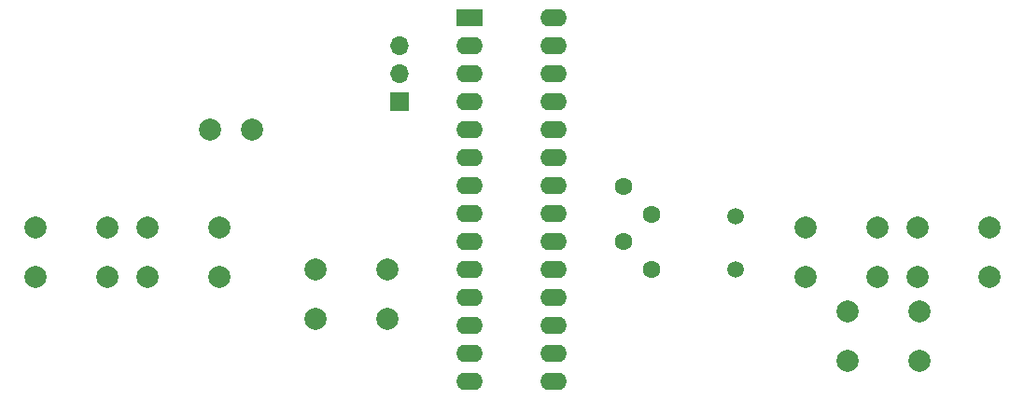
<source format=gbr>
G04 #@! TF.FileFunction,Copper,L2,Bot,Signal*
%FSLAX46Y46*%
G04 Gerber Fmt 4.6, Leading zero omitted, Abs format (unit mm)*
G04 Created by KiCad (PCBNEW 4.0.6) date 11/05/17 12:14:35*
%MOMM*%
%LPD*%
G01*
G04 APERTURE LIST*
%ADD10C,0.100000*%
%ADD11R,2.400000X1.600000*%
%ADD12O,2.400000X1.600000*%
%ADD13C,2.000000*%
%ADD14C,1.500000*%
%ADD15C,1.600000*%
%ADD16C,1.998980*%
%ADD17R,1.700000X1.700000*%
%ADD18O,1.700000X1.700000*%
G04 APERTURE END LIST*
D10*
D11*
X143510000Y-120650000D03*
D12*
X151130000Y-153670000D03*
X143510000Y-123190000D03*
X151130000Y-151130000D03*
X143510000Y-125730000D03*
X151130000Y-148590000D03*
X143510000Y-128270000D03*
X151130000Y-146050000D03*
X143510000Y-130810000D03*
X151130000Y-143510000D03*
X143510000Y-133350000D03*
X151130000Y-140970000D03*
X143510000Y-135890000D03*
X151130000Y-138430000D03*
X143510000Y-138430000D03*
X151130000Y-135890000D03*
X143510000Y-140970000D03*
X151130000Y-133350000D03*
X143510000Y-143510000D03*
X151130000Y-130810000D03*
X143510000Y-146050000D03*
X151130000Y-128270000D03*
X143510000Y-148590000D03*
X151130000Y-125730000D03*
X143510000Y-151130000D03*
X151130000Y-123190000D03*
X143510000Y-153670000D03*
X151130000Y-120650000D03*
D13*
X177800000Y-151820000D03*
X177800000Y-147320000D03*
X184300000Y-151820000D03*
X184300000Y-147320000D03*
X173990000Y-144200000D03*
X173990000Y-139700000D03*
X180490000Y-144200000D03*
X180490000Y-139700000D03*
X184150000Y-144200000D03*
X184150000Y-139700000D03*
X190650000Y-144200000D03*
X190650000Y-139700000D03*
X104140000Y-144200000D03*
X104140000Y-139700000D03*
X110640000Y-144200000D03*
X110640000Y-139700000D03*
X114300000Y-144200000D03*
X114300000Y-139700000D03*
X120800000Y-144200000D03*
X120800000Y-139700000D03*
D14*
X167640000Y-143510000D03*
X167640000Y-138630000D03*
D15*
X157480000Y-140970000D03*
X157480000Y-135970000D03*
X160020000Y-143510000D03*
X160020000Y-138510000D03*
D13*
X129540000Y-148010000D03*
X129540000Y-143510000D03*
X136040000Y-148010000D03*
X136040000Y-143510000D03*
D16*
X120015000Y-130810000D03*
X123825000Y-130810000D03*
D17*
X137160000Y-128270000D03*
D18*
X137160000Y-125730000D03*
X137160000Y-123190000D03*
M02*

</source>
